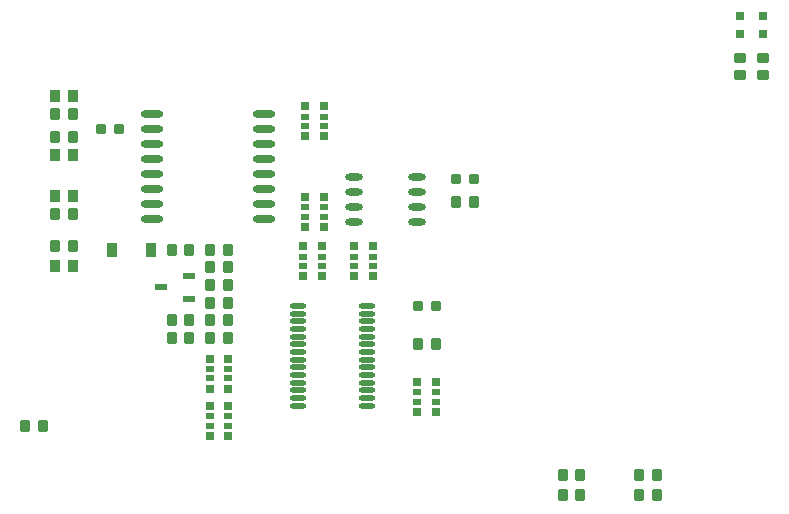
<source format=gtp>
G04*
G04 #@! TF.GenerationSoftware,Altium Limited,Altium Designer,18.1.9 (240)*
G04*
G04 Layer_Color=8421504*
%FSTAX24Y24*%
%MOIN*%
G70*
G01*
G75*
%ADD19R,0.0354X0.0394*%
G04:AMPARAMS|DCode=20|XSize=35.4mil|YSize=39.4mil|CornerRadius=8.9mil|HoleSize=0mil|Usage=FLASHONLY|Rotation=0.000|XOffset=0mil|YOffset=0mil|HoleType=Round|Shape=RoundedRectangle|*
%AMROUNDEDRECTD20*
21,1,0.0354,0.0217,0,0,0.0*
21,1,0.0177,0.0394,0,0,0.0*
1,1,0.0177,0.0089,-0.0108*
1,1,0.0177,-0.0089,-0.0108*
1,1,0.0177,-0.0089,0.0108*
1,1,0.0177,0.0089,0.0108*
%
%ADD20ROUNDEDRECTD20*%
%ADD21R,0.0394X0.0236*%
%ADD22R,0.0315X0.0315*%
%ADD23R,0.0276X0.0252*%
%ADD24R,0.0276X0.0197*%
G04:AMPARAMS|DCode=25|XSize=35.4mil|YSize=39.4mil|CornerRadius=8.9mil|HoleSize=0mil|Usage=FLASHONLY|Rotation=90.000|XOffset=0mil|YOffset=0mil|HoleType=Round|Shape=RoundedRectangle|*
%AMROUNDEDRECTD25*
21,1,0.0354,0.0217,0,0,90.0*
21,1,0.0177,0.0394,0,0,90.0*
1,1,0.0177,0.0108,0.0089*
1,1,0.0177,0.0108,-0.0089*
1,1,0.0177,-0.0108,-0.0089*
1,1,0.0177,-0.0108,0.0089*
%
%ADD25ROUNDEDRECTD25*%
G04:AMPARAMS|DCode=26|XSize=35.4mil|YSize=31.5mil|CornerRadius=7.9mil|HoleSize=0mil|Usage=FLASHONLY|Rotation=180.000|XOffset=0mil|YOffset=0mil|HoleType=Round|Shape=RoundedRectangle|*
%AMROUNDEDRECTD26*
21,1,0.0354,0.0157,0,0,180.0*
21,1,0.0197,0.0315,0,0,180.0*
1,1,0.0157,-0.0098,0.0079*
1,1,0.0157,0.0098,0.0079*
1,1,0.0157,0.0098,-0.0079*
1,1,0.0157,-0.0098,-0.0079*
%
%ADD26ROUNDEDRECTD26*%
%ADD27O,0.0591X0.0236*%
%ADD28O,0.0748X0.0236*%
%ADD29R,0.0360X0.0480*%
%ADD30O,0.0551X0.0177*%
D19*
X013346Y026339D02*
D03*
X013937D02*
D03*
X013346Y02437D02*
D03*
X013937D02*
D03*
X013346Y023008D02*
D03*
X013937D02*
D03*
X013346Y020669D02*
D03*
X013937D02*
D03*
D20*
X030276Y013701D02*
D03*
X030866D02*
D03*
X032835D02*
D03*
X033425D02*
D03*
X032835Y013031D02*
D03*
X033425D02*
D03*
X013346Y024961D02*
D03*
X013937D02*
D03*
X013346Y025748D02*
D03*
X013937D02*
D03*
X012953Y015331D02*
D03*
X012362D02*
D03*
X013346Y022402D02*
D03*
X013937D02*
D03*
X013346Y021339D02*
D03*
X013937D02*
D03*
X017244Y018858D02*
D03*
X017835D02*
D03*
X030276Y013031D02*
D03*
X030866D02*
D03*
X017835Y02122D02*
D03*
X017244D02*
D03*
X026732Y022795D02*
D03*
X027323D02*
D03*
X017835Y018268D02*
D03*
X017244D02*
D03*
X018524Y02122D02*
D03*
X019114D02*
D03*
X018524Y02063D02*
D03*
X019114D02*
D03*
X018524Y020039D02*
D03*
X019114D02*
D03*
X018524Y019449D02*
D03*
X019114D02*
D03*
X018524Y018858D02*
D03*
X019114D02*
D03*
X018524Y018268D02*
D03*
X019114D02*
D03*
X025453Y018071D02*
D03*
X026043D02*
D03*
D21*
X01689Y019961D02*
D03*
X017835Y020335D02*
D03*
Y019587D02*
D03*
D22*
X036181Y028406D02*
D03*
Y028996D02*
D03*
X036969Y028406D02*
D03*
Y028996D02*
D03*
D23*
X023966Y020327D02*
D03*
Y021327D02*
D03*
X023336Y020327D02*
D03*
Y021327D02*
D03*
X022244Y020327D02*
D03*
Y021327D02*
D03*
X021614Y020327D02*
D03*
Y021327D02*
D03*
X021693Y02599D02*
D03*
Y02499D02*
D03*
X022323Y02599D02*
D03*
Y02499D02*
D03*
X021693Y02297D02*
D03*
Y02197D02*
D03*
X022323Y02297D02*
D03*
Y02197D02*
D03*
X018504Y017587D02*
D03*
Y016587D02*
D03*
X019134Y017587D02*
D03*
Y016587D02*
D03*
Y015012D02*
D03*
Y016012D02*
D03*
X018504Y015012D02*
D03*
Y016012D02*
D03*
X026063Y015799D02*
D03*
Y016799D02*
D03*
X025433Y015799D02*
D03*
Y016799D02*
D03*
D24*
X023966Y020669D02*
D03*
Y020984D02*
D03*
X023336Y020669D02*
D03*
Y020984D02*
D03*
X022244Y020669D02*
D03*
Y020984D02*
D03*
X021614Y020669D02*
D03*
Y020984D02*
D03*
X021693Y025648D02*
D03*
Y025333D02*
D03*
X022323Y025648D02*
D03*
Y025333D02*
D03*
X021693Y022628D02*
D03*
Y022313D02*
D03*
X022323Y022628D02*
D03*
Y022313D02*
D03*
X018504Y017244D02*
D03*
Y016929D02*
D03*
X019134Y017244D02*
D03*
Y016929D02*
D03*
Y015354D02*
D03*
Y015669D02*
D03*
X018504Y015354D02*
D03*
Y015669D02*
D03*
X026063Y016142D02*
D03*
Y016457D02*
D03*
X025433Y016142D02*
D03*
Y016457D02*
D03*
D25*
X036969Y027028D02*
D03*
Y027618D02*
D03*
X036181Y027028D02*
D03*
Y027618D02*
D03*
D26*
X015482Y025226D02*
D03*
X014892D02*
D03*
X027323Y023583D02*
D03*
X026732D02*
D03*
X025453Y019331D02*
D03*
X026043D02*
D03*
D27*
X023307Y023624D02*
D03*
Y023124D02*
D03*
Y022624D02*
D03*
Y022124D02*
D03*
X025433Y023624D02*
D03*
Y023124D02*
D03*
Y022624D02*
D03*
Y022124D02*
D03*
D28*
X016594Y025726D02*
D03*
Y025226D02*
D03*
Y024726D02*
D03*
Y024226D02*
D03*
Y023726D02*
D03*
Y023226D02*
D03*
Y022726D02*
D03*
Y022226D02*
D03*
X020335Y025726D02*
D03*
Y025226D02*
D03*
Y024726D02*
D03*
Y024226D02*
D03*
Y023726D02*
D03*
Y023226D02*
D03*
Y022726D02*
D03*
Y022226D02*
D03*
D29*
X015261Y02122D02*
D03*
X016551D02*
D03*
D30*
X02376Y016014D02*
D03*
Y01627D02*
D03*
Y016526D02*
D03*
Y016782D02*
D03*
Y017037D02*
D03*
Y017293D02*
D03*
Y017549D02*
D03*
Y017805D02*
D03*
Y018061D02*
D03*
Y018317D02*
D03*
Y018573D02*
D03*
Y018829D02*
D03*
Y019085D02*
D03*
Y019341D02*
D03*
X021437Y016014D02*
D03*
Y01627D02*
D03*
Y016526D02*
D03*
Y016782D02*
D03*
Y017037D02*
D03*
Y017293D02*
D03*
Y017549D02*
D03*
Y017805D02*
D03*
Y018061D02*
D03*
Y018317D02*
D03*
Y018573D02*
D03*
Y018829D02*
D03*
Y019085D02*
D03*
Y019341D02*
D03*
M02*

</source>
